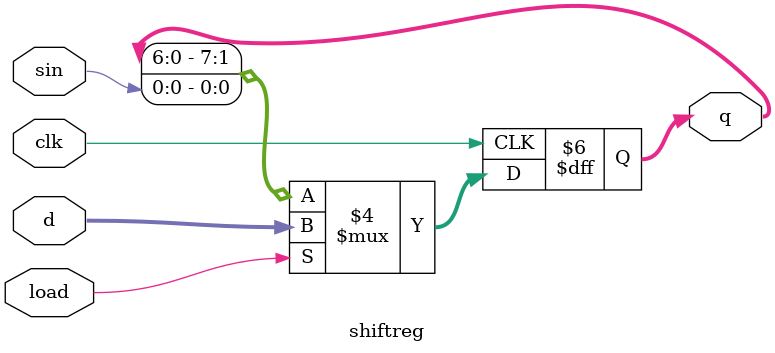
<source format=sv>
`timescale 1ns / 1ps


module shiftreg(
    input clk,
    input load,
    input [7:0] d,
    input sin,
    output logic [7:0] q
    );
    
always_ff @(posedge clk)
    if (load == 1'b1)
        q <= d;
    else 
        q <= {q[6:0], sin};
        
endmodule

</source>
